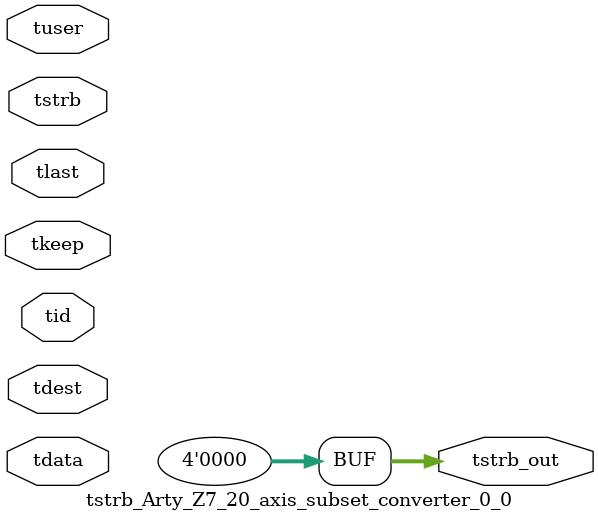
<source format=v>


`timescale 1ps/1ps

module tstrb_Arty_Z7_20_axis_subset_converter_0_0 #
(
parameter C_S_AXIS_TDATA_WIDTH = 32,
parameter C_S_AXIS_TUSER_WIDTH = 0,
parameter C_S_AXIS_TID_WIDTH   = 0,
parameter C_S_AXIS_TDEST_WIDTH = 0,
parameter C_M_AXIS_TDATA_WIDTH = 32
)
(
input  [(C_S_AXIS_TDATA_WIDTH == 0 ? 1 : C_S_AXIS_TDATA_WIDTH)-1:0     ] tdata,
input  [(C_S_AXIS_TUSER_WIDTH == 0 ? 1 : C_S_AXIS_TUSER_WIDTH)-1:0     ] tuser,
input  [(C_S_AXIS_TID_WIDTH   == 0 ? 1 : C_S_AXIS_TID_WIDTH)-1:0       ] tid,
input  [(C_S_AXIS_TDEST_WIDTH == 0 ? 1 : C_S_AXIS_TDEST_WIDTH)-1:0     ] tdest,
input  [(C_S_AXIS_TDATA_WIDTH/8)-1:0 ] tkeep,
input  [(C_S_AXIS_TDATA_WIDTH/8)-1:0 ] tstrb,
input                                                                    tlast,
output [(C_M_AXIS_TDATA_WIDTH/8)-1:0 ] tstrb_out
);

assign tstrb_out = {1'b0};

endmodule


</source>
